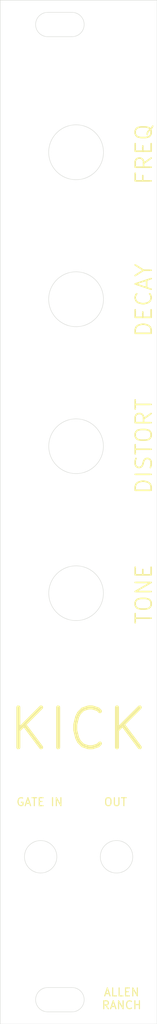
<source format=kicad_pcb>
(kicad_pcb (version 20171130) (host pcbnew "(5.1.6-0)")

  (general
    (thickness 1.6)
    (drawings 38)
    (tracks 0)
    (zones 0)
    (modules 0)
    (nets 1)
  )

  (page A4)
  (layers
    (0 F.Cu signal)
    (31 B.Cu signal)
    (32 B.Adhes user hide)
    (33 F.Adhes user hide)
    (34 B.Paste user hide)
    (35 F.Paste user hide)
    (36 B.SilkS user hide)
    (37 F.SilkS user)
    (38 B.Mask user hide)
    (39 F.Mask user hide)
    (40 Dwgs.User user hide)
    (41 Cmts.User user hide)
    (42 Eco1.User user hide)
    (43 Eco2.User user hide)
    (44 Edge.Cuts user)
    (45 Margin user hide)
    (46 B.CrtYd user hide)
    (47 F.CrtYd user hide)
    (48 B.Fab user hide)
    (49 F.Fab user)
  )

  (setup
    (last_trace_width 0.25)
    (trace_clearance 0.2)
    (zone_clearance 0.508)
    (zone_45_only no)
    (trace_min 0.2)
    (via_size 0.8)
    (via_drill 0.4)
    (via_min_size 0.4)
    (via_min_drill 0.3)
    (uvia_size 0.3)
    (uvia_drill 0.1)
    (uvias_allowed no)
    (uvia_min_size 0.2)
    (uvia_min_drill 0.1)
    (edge_width 0.05)
    (segment_width 0.2)
    (pcb_text_width 0.3)
    (pcb_text_size 1.5 1.5)
    (mod_edge_width 0.12)
    (mod_text_size 1 1)
    (mod_text_width 0.15)
    (pad_size 1.524 1.524)
    (pad_drill 0.762)
    (pad_to_mask_clearance 0.05)
    (aux_axis_origin 0 0)
    (visible_elements FFFFFF7F)
    (pcbplotparams
      (layerselection 0x010fc_ffffffff)
      (usegerberextensions false)
      (usegerberattributes true)
      (usegerberadvancedattributes true)
      (creategerberjobfile true)
      (excludeedgelayer true)
      (linewidth 0.100000)
      (plotframeref false)
      (viasonmask false)
      (mode 1)
      (useauxorigin false)
      (hpglpennumber 1)
      (hpglpenspeed 20)
      (hpglpendiameter 15.000000)
      (psnegative false)
      (psa4output false)
      (plotreference true)
      (plotvalue true)
      (plotinvisibletext true)
      (padsonsilk false)
      (subtractmaskfromsilk false)
      (outputformat 5)
      (mirror false)
      (drillshape 0)
      (scaleselection 1)
      (outputdirectory "KickDrumGerbers/"))
  )

  (net 0 "")

  (net_class Default "This is the default net class."
    (clearance 0.2)
    (trace_width 0.25)
    (via_dia 0.8)
    (via_drill 0.4)
    (uvia_dia 0.3)
    (uvia_drill 0.1)
  )

  (gr_text KICK (at 159.004 134.493) (layer F.SilkS)
    (effects (font (size 5 5) (thickness 0.5)))
  )
  (gr_text "ALLEN\nRANCH" (at 164.465 168.275) (layer F.SilkS)
    (effects (font (size 1 1) (thickness 0.15)))
  )
  (gr_line (start 155.194 166.878) (end 158.242 166.878) (layer Edge.Cuts) (width 0.05) (tstamp 638F7CB1))
  (gr_arc (start 155.194 168.402) (end 155.194 169.926) (angle 180) (layer Edge.Cuts) (width 0.05) (tstamp 638F7CB0))
  (gr_line (start 156.718 171.45) (end 156.718 168.402) (layer Dwgs.User) (width 0.15) (tstamp 638F7CAE))
  (gr_line (start 149.225 171.45) (end 156.718 171.45) (layer Dwgs.User) (width 0.15) (tstamp 638F7CAD))
  (gr_arc (start 158.242 168.402) (end 158.242 166.878) (angle 180) (layer Edge.Cuts) (width 0.05) (tstamp 638F7CAC))
  (gr_line (start 158.242 169.926) (end 155.194 169.926) (layer Edge.Cuts) (width 0.05) (tstamp 638F7CAB))
  (gr_arc (start 155.194 46.228) (end 155.194 44.704) (angle -180) (layer Edge.Cuts) (width 0.05))
  (gr_arc (start 158.242 46.228) (end 158.242 47.752) (angle -180) (layer Edge.Cuts) (width 0.05))
  (gr_line (start 155.194 47.752) (end 158.242 47.752) (layer Edge.Cuts) (width 0.05) (tstamp 638F7CA6))
  (gr_line (start 158.242 44.704) (end 155.194 44.704) (layer Edge.Cuts) (width 0.05) (tstamp 638F7CA5))
  (gr_line (start 156.718 43.18) (end 156.718 46.228) (layer Dwgs.User) (width 0.15))
  (gr_line (start 149.225 43.18) (end 156.718 43.18) (layer Dwgs.User) (width 0.15))
  (gr_text OUT (at 163.703 143.637) (layer F.SilkS)
    (effects (font (size 1 1) (thickness 0.15)))
  )
  (gr_text "GATE IN" (at 154.178 143.637) (layer F.SilkS)
    (effects (font (size 1 1) (thickness 0.15)))
  )
  (gr_text TONE (at 167.259 117.602 90) (layer F.SilkS)
    (effects (font (size 2 2) (thickness 0.2)))
  )
  (gr_text DISTORT (at 167.259 99.06 90) (layer F.SilkS)
    (effects (font (size 2 2) (thickness 0.2)))
  )
  (gr_text DECAY (at 167.259 80.772 90) (layer F.SilkS)
    (effects (font (size 2 2) (thickness 0.2)))
  )
  (gr_text FREQ (at 167.259 62.484 90) (layer F.SilkS)
    (effects (font (size 2 2) (thickness 0.2)))
  )
  (gr_circle (center 158.75 117.475) (end 165.227 117.602) (layer Dwgs.User) (width 0.15))
  (gr_circle (center 158.75 99.06) (end 165.227 98.806) (layer Dwgs.User) (width 0.15))
  (gr_circle (center 158.75 80.645) (end 165.227 80.518) (layer Dwgs.User) (width 0.15))
  (gr_circle (center 158.75 62.23) (end 165.354 62.23) (layer Dwgs.User) (width 0.15))
  (gr_circle (center 158.75 80.645) (end 159.004 77.216) (layer Edge.Cuts) (width 0.05))
  (gr_circle (center 163.83 150.495) (end 163.957 148.463) (layer Edge.Cuts) (width 0.05))
  (gr_circle (center 154.305 150.495) (end 154.305 148.463) (layer Edge.Cuts) (width 0.05))
  (gr_circle (center 158.75 117.475) (end 158.75 114.046) (layer Edge.Cuts) (width 0.05))
  (gr_circle (center 158.75 99.06) (end 158.75 95.631) (layer Edge.Cuts) (width 0.05))
  (gr_circle (center 158.75 62.23) (end 159.004 58.801) (layer Edge.Cuts) (width 0.05))
  (gr_line (start 168.91 171.45) (end 149.225 171.45) (layer Edge.Cuts) (width 0.05) (tstamp 638F7C8D))
  (gr_line (start 168.91 157.48) (end 168.91 171.45) (layer Edge.Cuts) (width 0.05))
  (gr_line (start 149.225 157.48) (end 149.225 171.45) (layer Edge.Cuts) (width 0.05))
  (gr_line (start 168.91 43.18) (end 149.225 43.18) (layer Edge.Cuts) (width 0.05) (tstamp 638F7C8C))
  (gr_line (start 168.91 57.15) (end 168.91 43.18) (layer Edge.Cuts) (width 0.05))
  (gr_line (start 149.225 57.15) (end 149.225 43.18) (layer Edge.Cuts) (width 0.05))
  (gr_line (start 168.91 157.48) (end 168.91 57.15) (layer Edge.Cuts) (width 0.05) (tstamp 638BEEB7))
  (gr_line (start 149.225 57.15) (end 149.225 157.48) (layer Edge.Cuts) (width 0.05))

)

</source>
